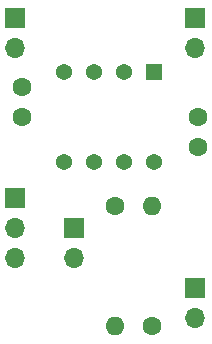
<source format=gbr>
%TF.GenerationSoftware,KiCad,Pcbnew,8.0.6*%
%TF.CreationDate,2025-02-14T15:15:12-07:00*%
%TF.ProjectId,KiCad_Curve_Tracer,4b694361-645f-4437-9572-76655f547261,rev?*%
%TF.SameCoordinates,Original*%
%TF.FileFunction,Soldermask,Top*%
%TF.FilePolarity,Negative*%
%FSLAX46Y46*%
G04 Gerber Fmt 4.6, Leading zero omitted, Abs format (unit mm)*
G04 Created by KiCad (PCBNEW 8.0.6) date 2025-02-14 15:15:12*
%MOMM*%
%LPD*%
G01*
G04 APERTURE LIST*
%ADD10R,1.700000X1.700000*%
%ADD11O,1.700000X1.700000*%
%ADD12C,1.600000*%
%ADD13O,1.600000X1.600000*%
%ADD14R,1.371600X1.371600*%
%ADD15C,1.371600*%
G04 APERTURE END LIST*
D10*
%TO.C,J1*%
X45720000Y-35560000D03*
D11*
X45720000Y-38100000D03*
%TD*%
D10*
%TO.C,J5*%
X60960000Y-58420000D03*
D11*
X60960000Y-60960000D03*
%TD*%
D12*
%TO.C,R1*%
X57340842Y-61653113D03*
D13*
X57340842Y-51493113D03*
%TD*%
D10*
%TO.C,J2*%
X60960000Y-35560000D03*
D11*
X60960000Y-38100000D03*
%TD*%
D12*
%TO.C,C2*%
X46314710Y-41422000D03*
X46314710Y-43922000D03*
%TD*%
D14*
%TO.C,U1*%
X57513415Y-40125370D03*
D15*
X54973415Y-40125370D03*
X52433415Y-40125370D03*
X49893415Y-40125370D03*
X49893415Y-47745370D03*
X52433415Y-47745370D03*
X54973415Y-47745370D03*
X57513415Y-47745370D03*
%TD*%
D12*
%TO.C,R2*%
X54204239Y-51493113D03*
D13*
X54204239Y-61653113D03*
%TD*%
D12*
%TO.C,C1*%
X61214000Y-46462000D03*
X61214000Y-43962000D03*
%TD*%
D10*
%TO.C,J4*%
X45720000Y-50800000D03*
D11*
X45720000Y-53340000D03*
X45720000Y-55880000D03*
%TD*%
D10*
%TO.C,J3*%
X50681593Y-53340000D03*
D11*
X50681593Y-55880000D03*
%TD*%
M02*

</source>
